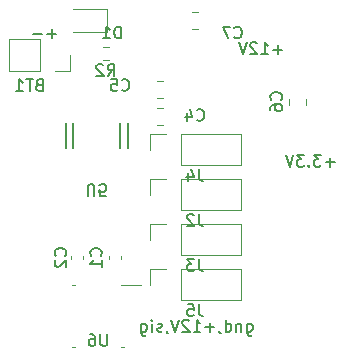
<source format=gbr>
%TF.GenerationSoftware,KiCad,Pcbnew,(7.0.0-0)*%
%TF.CreationDate,2023-10-07T19:29:11-07:00*%
%TF.ProjectId,tiny_rocket_av_bay,74696e79-5f72-46f6-936b-65745f61765f,rev?*%
%TF.SameCoordinates,Original*%
%TF.FileFunction,Legend,Bot*%
%TF.FilePolarity,Positive*%
%FSLAX46Y46*%
G04 Gerber Fmt 4.6, Leading zero omitted, Abs format (unit mm)*
G04 Created by KiCad (PCBNEW (7.0.0-0)) date 2023-10-07 19:29:11*
%MOMM*%
%LPD*%
G01*
G04 APERTURE LIST*
%ADD10C,0.150000*%
%ADD11C,0.120000*%
%ADD12C,0.152400*%
G04 APERTURE END LIST*
D10*
X69802404Y-88682428D02*
X69040500Y-88682428D01*
X69421452Y-89063380D02*
X69421452Y-88301476D01*
X68659547Y-88063380D02*
X68040500Y-88063380D01*
X68040500Y-88063380D02*
X68373833Y-88444333D01*
X68373833Y-88444333D02*
X68230976Y-88444333D01*
X68230976Y-88444333D02*
X68135738Y-88491952D01*
X68135738Y-88491952D02*
X68088119Y-88539571D01*
X68088119Y-88539571D02*
X68040500Y-88634809D01*
X68040500Y-88634809D02*
X68040500Y-88872904D01*
X68040500Y-88872904D02*
X68088119Y-88968142D01*
X68088119Y-88968142D02*
X68135738Y-89015761D01*
X68135738Y-89015761D02*
X68230976Y-89063380D01*
X68230976Y-89063380D02*
X68516690Y-89063380D01*
X68516690Y-89063380D02*
X68611928Y-89015761D01*
X68611928Y-89015761D02*
X68659547Y-88968142D01*
X67611928Y-88968142D02*
X67564309Y-89015761D01*
X67564309Y-89015761D02*
X67611928Y-89063380D01*
X67611928Y-89063380D02*
X67659547Y-89015761D01*
X67659547Y-89015761D02*
X67611928Y-88968142D01*
X67611928Y-88968142D02*
X67611928Y-89063380D01*
X67230976Y-88063380D02*
X66611929Y-88063380D01*
X66611929Y-88063380D02*
X66945262Y-88444333D01*
X66945262Y-88444333D02*
X66802405Y-88444333D01*
X66802405Y-88444333D02*
X66707167Y-88491952D01*
X66707167Y-88491952D02*
X66659548Y-88539571D01*
X66659548Y-88539571D02*
X66611929Y-88634809D01*
X66611929Y-88634809D02*
X66611929Y-88872904D01*
X66611929Y-88872904D02*
X66659548Y-88968142D01*
X66659548Y-88968142D02*
X66707167Y-89015761D01*
X66707167Y-89015761D02*
X66802405Y-89063380D01*
X66802405Y-89063380D02*
X67088119Y-89063380D01*
X67088119Y-89063380D02*
X67183357Y-89015761D01*
X67183357Y-89015761D02*
X67230976Y-88968142D01*
X66326214Y-88063380D02*
X65992881Y-89063380D01*
X65992881Y-89063380D02*
X65659548Y-88063380D01*
X62388833Y-102366714D02*
X62388833Y-103176238D01*
X62388833Y-103176238D02*
X62436452Y-103271476D01*
X62436452Y-103271476D02*
X62484071Y-103319095D01*
X62484071Y-103319095D02*
X62579309Y-103366714D01*
X62579309Y-103366714D02*
X62722166Y-103366714D01*
X62722166Y-103366714D02*
X62817404Y-103319095D01*
X62388833Y-102985761D02*
X62484071Y-103033380D01*
X62484071Y-103033380D02*
X62674547Y-103033380D01*
X62674547Y-103033380D02*
X62769785Y-102985761D01*
X62769785Y-102985761D02*
X62817404Y-102938142D01*
X62817404Y-102938142D02*
X62865023Y-102842904D01*
X62865023Y-102842904D02*
X62865023Y-102557190D01*
X62865023Y-102557190D02*
X62817404Y-102461952D01*
X62817404Y-102461952D02*
X62769785Y-102414333D01*
X62769785Y-102414333D02*
X62674547Y-102366714D01*
X62674547Y-102366714D02*
X62484071Y-102366714D01*
X62484071Y-102366714D02*
X62388833Y-102414333D01*
X61912642Y-102366714D02*
X61912642Y-103033380D01*
X61912642Y-102461952D02*
X61865023Y-102414333D01*
X61865023Y-102414333D02*
X61769785Y-102366714D01*
X61769785Y-102366714D02*
X61626928Y-102366714D01*
X61626928Y-102366714D02*
X61531690Y-102414333D01*
X61531690Y-102414333D02*
X61484071Y-102509571D01*
X61484071Y-102509571D02*
X61484071Y-103033380D01*
X60579309Y-103033380D02*
X60579309Y-102033380D01*
X60579309Y-102985761D02*
X60674547Y-103033380D01*
X60674547Y-103033380D02*
X60865023Y-103033380D01*
X60865023Y-103033380D02*
X60960261Y-102985761D01*
X60960261Y-102985761D02*
X61007880Y-102938142D01*
X61007880Y-102938142D02*
X61055499Y-102842904D01*
X61055499Y-102842904D02*
X61055499Y-102557190D01*
X61055499Y-102557190D02*
X61007880Y-102461952D01*
X61007880Y-102461952D02*
X60960261Y-102414333D01*
X60960261Y-102414333D02*
X60865023Y-102366714D01*
X60865023Y-102366714D02*
X60674547Y-102366714D01*
X60674547Y-102366714D02*
X60579309Y-102414333D01*
X60055499Y-102985761D02*
X60055499Y-103033380D01*
X60055499Y-103033380D02*
X60103118Y-103128619D01*
X60103118Y-103128619D02*
X60150737Y-103176238D01*
X59626928Y-102652428D02*
X58865024Y-102652428D01*
X59245976Y-103033380D02*
X59245976Y-102271476D01*
X57865024Y-103033380D02*
X58436452Y-103033380D01*
X58150738Y-103033380D02*
X58150738Y-102033380D01*
X58150738Y-102033380D02*
X58245976Y-102176238D01*
X58245976Y-102176238D02*
X58341214Y-102271476D01*
X58341214Y-102271476D02*
X58436452Y-102319095D01*
X57484071Y-102128619D02*
X57436452Y-102081000D01*
X57436452Y-102081000D02*
X57341214Y-102033380D01*
X57341214Y-102033380D02*
X57103119Y-102033380D01*
X57103119Y-102033380D02*
X57007881Y-102081000D01*
X57007881Y-102081000D02*
X56960262Y-102128619D01*
X56960262Y-102128619D02*
X56912643Y-102223857D01*
X56912643Y-102223857D02*
X56912643Y-102319095D01*
X56912643Y-102319095D02*
X56960262Y-102461952D01*
X56960262Y-102461952D02*
X57531690Y-103033380D01*
X57531690Y-103033380D02*
X56912643Y-103033380D01*
X56626928Y-102033380D02*
X56293595Y-103033380D01*
X56293595Y-103033380D02*
X55960262Y-102033380D01*
X55579309Y-102985761D02*
X55579309Y-103033380D01*
X55579309Y-103033380D02*
X55626928Y-103128619D01*
X55626928Y-103128619D02*
X55674547Y-103176238D01*
X55198357Y-102985761D02*
X55103119Y-103033380D01*
X55103119Y-103033380D02*
X54912643Y-103033380D01*
X54912643Y-103033380D02*
X54817405Y-102985761D01*
X54817405Y-102985761D02*
X54769786Y-102890523D01*
X54769786Y-102890523D02*
X54769786Y-102842904D01*
X54769786Y-102842904D02*
X54817405Y-102747666D01*
X54817405Y-102747666D02*
X54912643Y-102700047D01*
X54912643Y-102700047D02*
X55055500Y-102700047D01*
X55055500Y-102700047D02*
X55150738Y-102652428D01*
X55150738Y-102652428D02*
X55198357Y-102557190D01*
X55198357Y-102557190D02*
X55198357Y-102509571D01*
X55198357Y-102509571D02*
X55150738Y-102414333D01*
X55150738Y-102414333D02*
X55055500Y-102366714D01*
X55055500Y-102366714D02*
X54912643Y-102366714D01*
X54912643Y-102366714D02*
X54817405Y-102414333D01*
X54341214Y-103033380D02*
X54341214Y-102366714D01*
X54341214Y-102033380D02*
X54388833Y-102081000D01*
X54388833Y-102081000D02*
X54341214Y-102128619D01*
X54341214Y-102128619D02*
X54293595Y-102081000D01*
X54293595Y-102081000D02*
X54341214Y-102033380D01*
X54341214Y-102033380D02*
X54341214Y-102128619D01*
X53436453Y-102366714D02*
X53436453Y-103176238D01*
X53436453Y-103176238D02*
X53484072Y-103271476D01*
X53484072Y-103271476D02*
X53531691Y-103319095D01*
X53531691Y-103319095D02*
X53626929Y-103366714D01*
X53626929Y-103366714D02*
X53769786Y-103366714D01*
X53769786Y-103366714D02*
X53865024Y-103319095D01*
X53436453Y-102985761D02*
X53531691Y-103033380D01*
X53531691Y-103033380D02*
X53722167Y-103033380D01*
X53722167Y-103033380D02*
X53817405Y-102985761D01*
X53817405Y-102985761D02*
X53865024Y-102938142D01*
X53865024Y-102938142D02*
X53912643Y-102842904D01*
X53912643Y-102842904D02*
X53912643Y-102557190D01*
X53912643Y-102557190D02*
X53865024Y-102461952D01*
X53865024Y-102461952D02*
X53817405Y-102414333D01*
X53817405Y-102414333D02*
X53722167Y-102366714D01*
X53722167Y-102366714D02*
X53531691Y-102366714D01*
X53531691Y-102366714D02*
X53436453Y-102414333D01*
X44243595Y-77814571D02*
X45005500Y-77814571D01*
X45481690Y-77814571D02*
X46243595Y-77814571D01*
X45862642Y-77433619D02*
X45862642Y-78195523D01*
X65357404Y-79157428D02*
X64595500Y-79157428D01*
X64976452Y-79538380D02*
X64976452Y-78776476D01*
X63595500Y-79538380D02*
X64166928Y-79538380D01*
X63881214Y-79538380D02*
X63881214Y-78538380D01*
X63881214Y-78538380D02*
X63976452Y-78681238D01*
X63976452Y-78681238D02*
X64071690Y-78776476D01*
X64071690Y-78776476D02*
X64166928Y-78824095D01*
X63214547Y-78633619D02*
X63166928Y-78586000D01*
X63166928Y-78586000D02*
X63071690Y-78538380D01*
X63071690Y-78538380D02*
X62833595Y-78538380D01*
X62833595Y-78538380D02*
X62738357Y-78586000D01*
X62738357Y-78586000D02*
X62690738Y-78633619D01*
X62690738Y-78633619D02*
X62643119Y-78728857D01*
X62643119Y-78728857D02*
X62643119Y-78824095D01*
X62643119Y-78824095D02*
X62690738Y-78966952D01*
X62690738Y-78966952D02*
X63262166Y-79538380D01*
X63262166Y-79538380D02*
X62643119Y-79538380D01*
X62357404Y-78538380D02*
X62024071Y-79538380D01*
X62024071Y-79538380D02*
X61690738Y-78538380D01*
%TO.C,J4*%
X58308833Y-89283380D02*
X58308833Y-89997666D01*
X58308833Y-89997666D02*
X58356452Y-90140523D01*
X58356452Y-90140523D02*
X58451690Y-90235761D01*
X58451690Y-90235761D02*
X58594547Y-90283380D01*
X58594547Y-90283380D02*
X58689785Y-90283380D01*
X57404071Y-89616714D02*
X57404071Y-90283380D01*
X57642166Y-89235761D02*
X57880261Y-89950047D01*
X57880261Y-89950047D02*
X57261214Y-89950047D01*
%TO.C,J2*%
X58308833Y-93093380D02*
X58308833Y-93807666D01*
X58308833Y-93807666D02*
X58356452Y-93950523D01*
X58356452Y-93950523D02*
X58451690Y-94045761D01*
X58451690Y-94045761D02*
X58594547Y-94093380D01*
X58594547Y-94093380D02*
X58689785Y-94093380D01*
X57880261Y-93188619D02*
X57832642Y-93141000D01*
X57832642Y-93141000D02*
X57737404Y-93093380D01*
X57737404Y-93093380D02*
X57499309Y-93093380D01*
X57499309Y-93093380D02*
X57404071Y-93141000D01*
X57404071Y-93141000D02*
X57356452Y-93188619D01*
X57356452Y-93188619D02*
X57308833Y-93283857D01*
X57308833Y-93283857D02*
X57308833Y-93379095D01*
X57308833Y-93379095D02*
X57356452Y-93521952D01*
X57356452Y-93521952D02*
X57927880Y-94093380D01*
X57927880Y-94093380D02*
X57308833Y-94093380D01*
%TO.C,U5*%
X48895095Y-91564619D02*
X48895095Y-90755095D01*
X48895095Y-90755095D02*
X48942714Y-90659857D01*
X48942714Y-90659857D02*
X48990333Y-90612238D01*
X48990333Y-90612238D02*
X49085571Y-90564619D01*
X49085571Y-90564619D02*
X49276047Y-90564619D01*
X49276047Y-90564619D02*
X49371285Y-90612238D01*
X49371285Y-90612238D02*
X49418904Y-90659857D01*
X49418904Y-90659857D02*
X49466523Y-90755095D01*
X49466523Y-90755095D02*
X49466523Y-91564619D01*
X50418904Y-91564619D02*
X49942714Y-91564619D01*
X49942714Y-91564619D02*
X49895095Y-91088428D01*
X49895095Y-91088428D02*
X49942714Y-91136047D01*
X49942714Y-91136047D02*
X50037952Y-91183666D01*
X50037952Y-91183666D02*
X50276047Y-91183666D01*
X50276047Y-91183666D02*
X50371285Y-91136047D01*
X50371285Y-91136047D02*
X50418904Y-91088428D01*
X50418904Y-91088428D02*
X50466523Y-90993190D01*
X50466523Y-90993190D02*
X50466523Y-90755095D01*
X50466523Y-90755095D02*
X50418904Y-90659857D01*
X50418904Y-90659857D02*
X50371285Y-90612238D01*
X50371285Y-90612238D02*
X50276047Y-90564619D01*
X50276047Y-90564619D02*
X50037952Y-90564619D01*
X50037952Y-90564619D02*
X49942714Y-90612238D01*
X49942714Y-90612238D02*
X49895095Y-90659857D01*
%TO.C,C5*%
X51792166Y-82568142D02*
X51839785Y-82615761D01*
X51839785Y-82615761D02*
X51982642Y-82663380D01*
X51982642Y-82663380D02*
X52077880Y-82663380D01*
X52077880Y-82663380D02*
X52220737Y-82615761D01*
X52220737Y-82615761D02*
X52315975Y-82520523D01*
X52315975Y-82520523D02*
X52363594Y-82425285D01*
X52363594Y-82425285D02*
X52411213Y-82234809D01*
X52411213Y-82234809D02*
X52411213Y-82091952D01*
X52411213Y-82091952D02*
X52363594Y-81901476D01*
X52363594Y-81901476D02*
X52315975Y-81806238D01*
X52315975Y-81806238D02*
X52220737Y-81711000D01*
X52220737Y-81711000D02*
X52077880Y-81663380D01*
X52077880Y-81663380D02*
X51982642Y-81663380D01*
X51982642Y-81663380D02*
X51839785Y-81711000D01*
X51839785Y-81711000D02*
X51792166Y-81758619D01*
X50887404Y-81663380D02*
X51363594Y-81663380D01*
X51363594Y-81663380D02*
X51411213Y-82139571D01*
X51411213Y-82139571D02*
X51363594Y-82091952D01*
X51363594Y-82091952D02*
X51268356Y-82044333D01*
X51268356Y-82044333D02*
X51030261Y-82044333D01*
X51030261Y-82044333D02*
X50935023Y-82091952D01*
X50935023Y-82091952D02*
X50887404Y-82139571D01*
X50887404Y-82139571D02*
X50839785Y-82234809D01*
X50839785Y-82234809D02*
X50839785Y-82472904D01*
X50839785Y-82472904D02*
X50887404Y-82568142D01*
X50887404Y-82568142D02*
X50935023Y-82615761D01*
X50935023Y-82615761D02*
X51030261Y-82663380D01*
X51030261Y-82663380D02*
X51268356Y-82663380D01*
X51268356Y-82663380D02*
X51363594Y-82615761D01*
X51363594Y-82615761D02*
X51411213Y-82568142D01*
%TO.C,C1*%
X50023142Y-96607333D02*
X50070761Y-96559714D01*
X50070761Y-96559714D02*
X50118380Y-96416857D01*
X50118380Y-96416857D02*
X50118380Y-96321619D01*
X50118380Y-96321619D02*
X50070761Y-96178762D01*
X50070761Y-96178762D02*
X49975523Y-96083524D01*
X49975523Y-96083524D02*
X49880285Y-96035905D01*
X49880285Y-96035905D02*
X49689809Y-95988286D01*
X49689809Y-95988286D02*
X49546952Y-95988286D01*
X49546952Y-95988286D02*
X49356476Y-96035905D01*
X49356476Y-96035905D02*
X49261238Y-96083524D01*
X49261238Y-96083524D02*
X49166000Y-96178762D01*
X49166000Y-96178762D02*
X49118380Y-96321619D01*
X49118380Y-96321619D02*
X49118380Y-96416857D01*
X49118380Y-96416857D02*
X49166000Y-96559714D01*
X49166000Y-96559714D02*
X49213619Y-96607333D01*
X50118380Y-97559714D02*
X50118380Y-96988286D01*
X50118380Y-97274000D02*
X49118380Y-97274000D01*
X49118380Y-97274000D02*
X49261238Y-97178762D01*
X49261238Y-97178762D02*
X49356476Y-97083524D01*
X49356476Y-97083524D02*
X49404095Y-96988286D01*
%TO.C,C6*%
X65267142Y-83399333D02*
X65314761Y-83351714D01*
X65314761Y-83351714D02*
X65362380Y-83208857D01*
X65362380Y-83208857D02*
X65362380Y-83113619D01*
X65362380Y-83113619D02*
X65314761Y-82970762D01*
X65314761Y-82970762D02*
X65219523Y-82875524D01*
X65219523Y-82875524D02*
X65124285Y-82827905D01*
X65124285Y-82827905D02*
X64933809Y-82780286D01*
X64933809Y-82780286D02*
X64790952Y-82780286D01*
X64790952Y-82780286D02*
X64600476Y-82827905D01*
X64600476Y-82827905D02*
X64505238Y-82875524D01*
X64505238Y-82875524D02*
X64410000Y-82970762D01*
X64410000Y-82970762D02*
X64362380Y-83113619D01*
X64362380Y-83113619D02*
X64362380Y-83208857D01*
X64362380Y-83208857D02*
X64410000Y-83351714D01*
X64410000Y-83351714D02*
X64457619Y-83399333D01*
X64362380Y-84256476D02*
X64362380Y-84066000D01*
X64362380Y-84066000D02*
X64410000Y-83970762D01*
X64410000Y-83970762D02*
X64457619Y-83923143D01*
X64457619Y-83923143D02*
X64600476Y-83827905D01*
X64600476Y-83827905D02*
X64790952Y-83780286D01*
X64790952Y-83780286D02*
X65171904Y-83780286D01*
X65171904Y-83780286D02*
X65267142Y-83827905D01*
X65267142Y-83827905D02*
X65314761Y-83875524D01*
X65314761Y-83875524D02*
X65362380Y-83970762D01*
X65362380Y-83970762D02*
X65362380Y-84161238D01*
X65362380Y-84161238D02*
X65314761Y-84256476D01*
X65314761Y-84256476D02*
X65267142Y-84304095D01*
X65267142Y-84304095D02*
X65171904Y-84351714D01*
X65171904Y-84351714D02*
X64933809Y-84351714D01*
X64933809Y-84351714D02*
X64838571Y-84304095D01*
X64838571Y-84304095D02*
X64790952Y-84256476D01*
X64790952Y-84256476D02*
X64743333Y-84161238D01*
X64743333Y-84161238D02*
X64743333Y-83970762D01*
X64743333Y-83970762D02*
X64790952Y-83875524D01*
X64790952Y-83875524D02*
X64838571Y-83827905D01*
X64838571Y-83827905D02*
X64933809Y-83780286D01*
%TO.C,R2*%
X50585666Y-81393380D02*
X50918999Y-80917190D01*
X51157094Y-81393380D02*
X51157094Y-80393380D01*
X51157094Y-80393380D02*
X50776142Y-80393380D01*
X50776142Y-80393380D02*
X50680904Y-80441000D01*
X50680904Y-80441000D02*
X50633285Y-80488619D01*
X50633285Y-80488619D02*
X50585666Y-80583857D01*
X50585666Y-80583857D02*
X50585666Y-80726714D01*
X50585666Y-80726714D02*
X50633285Y-80821952D01*
X50633285Y-80821952D02*
X50680904Y-80869571D01*
X50680904Y-80869571D02*
X50776142Y-80917190D01*
X50776142Y-80917190D02*
X51157094Y-80917190D01*
X50204713Y-80488619D02*
X50157094Y-80441000D01*
X50157094Y-80441000D02*
X50061856Y-80393380D01*
X50061856Y-80393380D02*
X49823761Y-80393380D01*
X49823761Y-80393380D02*
X49728523Y-80441000D01*
X49728523Y-80441000D02*
X49680904Y-80488619D01*
X49680904Y-80488619D02*
X49633285Y-80583857D01*
X49633285Y-80583857D02*
X49633285Y-80679095D01*
X49633285Y-80679095D02*
X49680904Y-80821952D01*
X49680904Y-80821952D02*
X50252332Y-81393380D01*
X50252332Y-81393380D02*
X49633285Y-81393380D01*
%TO.C,U6*%
X50557904Y-103253380D02*
X50557904Y-104062904D01*
X50557904Y-104062904D02*
X50510285Y-104158142D01*
X50510285Y-104158142D02*
X50462666Y-104205761D01*
X50462666Y-104205761D02*
X50367428Y-104253380D01*
X50367428Y-104253380D02*
X50176952Y-104253380D01*
X50176952Y-104253380D02*
X50081714Y-104205761D01*
X50081714Y-104205761D02*
X50034095Y-104158142D01*
X50034095Y-104158142D02*
X49986476Y-104062904D01*
X49986476Y-104062904D02*
X49986476Y-103253380D01*
X49081714Y-103253380D02*
X49272190Y-103253380D01*
X49272190Y-103253380D02*
X49367428Y-103301000D01*
X49367428Y-103301000D02*
X49415047Y-103348619D01*
X49415047Y-103348619D02*
X49510285Y-103491476D01*
X49510285Y-103491476D02*
X49557904Y-103681952D01*
X49557904Y-103681952D02*
X49557904Y-104062904D01*
X49557904Y-104062904D02*
X49510285Y-104158142D01*
X49510285Y-104158142D02*
X49462666Y-104205761D01*
X49462666Y-104205761D02*
X49367428Y-104253380D01*
X49367428Y-104253380D02*
X49176952Y-104253380D01*
X49176952Y-104253380D02*
X49081714Y-104205761D01*
X49081714Y-104205761D02*
X49034095Y-104158142D01*
X49034095Y-104158142D02*
X48986476Y-104062904D01*
X48986476Y-104062904D02*
X48986476Y-103824809D01*
X48986476Y-103824809D02*
X49034095Y-103729571D01*
X49034095Y-103729571D02*
X49081714Y-103681952D01*
X49081714Y-103681952D02*
X49176952Y-103634333D01*
X49176952Y-103634333D02*
X49367428Y-103634333D01*
X49367428Y-103634333D02*
X49462666Y-103681952D01*
X49462666Y-103681952D02*
X49510285Y-103729571D01*
X49510285Y-103729571D02*
X49557904Y-103824809D01*
%TO.C,BT1*%
X44791214Y-82139571D02*
X44648357Y-82187190D01*
X44648357Y-82187190D02*
X44600738Y-82234809D01*
X44600738Y-82234809D02*
X44553119Y-82330047D01*
X44553119Y-82330047D02*
X44553119Y-82472904D01*
X44553119Y-82472904D02*
X44600738Y-82568142D01*
X44600738Y-82568142D02*
X44648357Y-82615761D01*
X44648357Y-82615761D02*
X44743595Y-82663380D01*
X44743595Y-82663380D02*
X45124547Y-82663380D01*
X45124547Y-82663380D02*
X45124547Y-81663380D01*
X45124547Y-81663380D02*
X44791214Y-81663380D01*
X44791214Y-81663380D02*
X44695976Y-81711000D01*
X44695976Y-81711000D02*
X44648357Y-81758619D01*
X44648357Y-81758619D02*
X44600738Y-81853857D01*
X44600738Y-81853857D02*
X44600738Y-81949095D01*
X44600738Y-81949095D02*
X44648357Y-82044333D01*
X44648357Y-82044333D02*
X44695976Y-82091952D01*
X44695976Y-82091952D02*
X44791214Y-82139571D01*
X44791214Y-82139571D02*
X45124547Y-82139571D01*
X44267404Y-81663380D02*
X43695976Y-81663380D01*
X43981690Y-82663380D02*
X43981690Y-81663380D01*
X42838833Y-82663380D02*
X43410261Y-82663380D01*
X43124547Y-82663380D02*
X43124547Y-81663380D01*
X43124547Y-81663380D02*
X43219785Y-81806238D01*
X43219785Y-81806238D02*
X43315023Y-81901476D01*
X43315023Y-81901476D02*
X43410261Y-81949095D01*
%TO.C,C7*%
X61317166Y-78123142D02*
X61364785Y-78170761D01*
X61364785Y-78170761D02*
X61507642Y-78218380D01*
X61507642Y-78218380D02*
X61602880Y-78218380D01*
X61602880Y-78218380D02*
X61745737Y-78170761D01*
X61745737Y-78170761D02*
X61840975Y-78075523D01*
X61840975Y-78075523D02*
X61888594Y-77980285D01*
X61888594Y-77980285D02*
X61936213Y-77789809D01*
X61936213Y-77789809D02*
X61936213Y-77646952D01*
X61936213Y-77646952D02*
X61888594Y-77456476D01*
X61888594Y-77456476D02*
X61840975Y-77361238D01*
X61840975Y-77361238D02*
X61745737Y-77266000D01*
X61745737Y-77266000D02*
X61602880Y-77218380D01*
X61602880Y-77218380D02*
X61507642Y-77218380D01*
X61507642Y-77218380D02*
X61364785Y-77266000D01*
X61364785Y-77266000D02*
X61317166Y-77313619D01*
X60983832Y-77218380D02*
X60317166Y-77218380D01*
X60317166Y-77218380D02*
X60745737Y-78218380D01*
%TO.C,D1*%
X51728594Y-78218380D02*
X51728594Y-77218380D01*
X51728594Y-77218380D02*
X51490499Y-77218380D01*
X51490499Y-77218380D02*
X51347642Y-77266000D01*
X51347642Y-77266000D02*
X51252404Y-77361238D01*
X51252404Y-77361238D02*
X51204785Y-77456476D01*
X51204785Y-77456476D02*
X51157166Y-77646952D01*
X51157166Y-77646952D02*
X51157166Y-77789809D01*
X51157166Y-77789809D02*
X51204785Y-77980285D01*
X51204785Y-77980285D02*
X51252404Y-78075523D01*
X51252404Y-78075523D02*
X51347642Y-78170761D01*
X51347642Y-78170761D02*
X51490499Y-78218380D01*
X51490499Y-78218380D02*
X51728594Y-78218380D01*
X50204785Y-78218380D02*
X50776213Y-78218380D01*
X50490499Y-78218380D02*
X50490499Y-77218380D01*
X50490499Y-77218380D02*
X50585737Y-77361238D01*
X50585737Y-77361238D02*
X50680975Y-77456476D01*
X50680975Y-77456476D02*
X50776213Y-77504095D01*
%TO.C,C4*%
X58142166Y-85108142D02*
X58189785Y-85155761D01*
X58189785Y-85155761D02*
X58332642Y-85203380D01*
X58332642Y-85203380D02*
X58427880Y-85203380D01*
X58427880Y-85203380D02*
X58570737Y-85155761D01*
X58570737Y-85155761D02*
X58665975Y-85060523D01*
X58665975Y-85060523D02*
X58713594Y-84965285D01*
X58713594Y-84965285D02*
X58761213Y-84774809D01*
X58761213Y-84774809D02*
X58761213Y-84631952D01*
X58761213Y-84631952D02*
X58713594Y-84441476D01*
X58713594Y-84441476D02*
X58665975Y-84346238D01*
X58665975Y-84346238D02*
X58570737Y-84251000D01*
X58570737Y-84251000D02*
X58427880Y-84203380D01*
X58427880Y-84203380D02*
X58332642Y-84203380D01*
X58332642Y-84203380D02*
X58189785Y-84251000D01*
X58189785Y-84251000D02*
X58142166Y-84298619D01*
X57285023Y-84536714D02*
X57285023Y-85203380D01*
X57523118Y-84155761D02*
X57761213Y-84870047D01*
X57761213Y-84870047D02*
X57142166Y-84870047D01*
%TO.C,C2*%
X47008142Y-96607333D02*
X47055761Y-96559714D01*
X47055761Y-96559714D02*
X47103380Y-96416857D01*
X47103380Y-96416857D02*
X47103380Y-96321619D01*
X47103380Y-96321619D02*
X47055761Y-96178762D01*
X47055761Y-96178762D02*
X46960523Y-96083524D01*
X46960523Y-96083524D02*
X46865285Y-96035905D01*
X46865285Y-96035905D02*
X46674809Y-95988286D01*
X46674809Y-95988286D02*
X46531952Y-95988286D01*
X46531952Y-95988286D02*
X46341476Y-96035905D01*
X46341476Y-96035905D02*
X46246238Y-96083524D01*
X46246238Y-96083524D02*
X46151000Y-96178762D01*
X46151000Y-96178762D02*
X46103380Y-96321619D01*
X46103380Y-96321619D02*
X46103380Y-96416857D01*
X46103380Y-96416857D02*
X46151000Y-96559714D01*
X46151000Y-96559714D02*
X46198619Y-96607333D01*
X46198619Y-96988286D02*
X46151000Y-97035905D01*
X46151000Y-97035905D02*
X46103380Y-97131143D01*
X46103380Y-97131143D02*
X46103380Y-97369238D01*
X46103380Y-97369238D02*
X46151000Y-97464476D01*
X46151000Y-97464476D02*
X46198619Y-97512095D01*
X46198619Y-97512095D02*
X46293857Y-97559714D01*
X46293857Y-97559714D02*
X46389095Y-97559714D01*
X46389095Y-97559714D02*
X46531952Y-97512095D01*
X46531952Y-97512095D02*
X47103380Y-96940667D01*
X47103380Y-96940667D02*
X47103380Y-97559714D01*
%TO.C,J3*%
X58308833Y-96903380D02*
X58308833Y-97617666D01*
X58308833Y-97617666D02*
X58356452Y-97760523D01*
X58356452Y-97760523D02*
X58451690Y-97855761D01*
X58451690Y-97855761D02*
X58594547Y-97903380D01*
X58594547Y-97903380D02*
X58689785Y-97903380D01*
X57927880Y-96903380D02*
X57308833Y-96903380D01*
X57308833Y-96903380D02*
X57642166Y-97284333D01*
X57642166Y-97284333D02*
X57499309Y-97284333D01*
X57499309Y-97284333D02*
X57404071Y-97331952D01*
X57404071Y-97331952D02*
X57356452Y-97379571D01*
X57356452Y-97379571D02*
X57308833Y-97474809D01*
X57308833Y-97474809D02*
X57308833Y-97712904D01*
X57308833Y-97712904D02*
X57356452Y-97808142D01*
X57356452Y-97808142D02*
X57404071Y-97855761D01*
X57404071Y-97855761D02*
X57499309Y-97903380D01*
X57499309Y-97903380D02*
X57785023Y-97903380D01*
X57785023Y-97903380D02*
X57880261Y-97855761D01*
X57880261Y-97855761D02*
X57927880Y-97808142D01*
%TO.C,J5*%
X58308833Y-100713380D02*
X58308833Y-101427666D01*
X58308833Y-101427666D02*
X58356452Y-101570523D01*
X58356452Y-101570523D02*
X58451690Y-101665761D01*
X58451690Y-101665761D02*
X58594547Y-101713380D01*
X58594547Y-101713380D02*
X58689785Y-101713380D01*
X57356452Y-100713380D02*
X57832642Y-100713380D01*
X57832642Y-100713380D02*
X57880261Y-101189571D01*
X57880261Y-101189571D02*
X57832642Y-101141952D01*
X57832642Y-101141952D02*
X57737404Y-101094333D01*
X57737404Y-101094333D02*
X57499309Y-101094333D01*
X57499309Y-101094333D02*
X57404071Y-101141952D01*
X57404071Y-101141952D02*
X57356452Y-101189571D01*
X57356452Y-101189571D02*
X57308833Y-101284809D01*
X57308833Y-101284809D02*
X57308833Y-101522904D01*
X57308833Y-101522904D02*
X57356452Y-101618142D01*
X57356452Y-101618142D02*
X57404071Y-101665761D01*
X57404071Y-101665761D02*
X57499309Y-101713380D01*
X57499309Y-101713380D02*
X57737404Y-101713380D01*
X57737404Y-101713380D02*
X57832642Y-101665761D01*
X57832642Y-101665761D02*
X57880261Y-101618142D01*
D11*
%TO.C,J4*%
X61909000Y-86300000D02*
X61909000Y-88960000D01*
X56769000Y-86300000D02*
X61909000Y-86300000D01*
X56769000Y-86300000D02*
X56769000Y-88960000D01*
X55499000Y-86300000D02*
X54169000Y-86300000D01*
X54169000Y-86300000D02*
X54169000Y-87630000D01*
X56769000Y-88960000D02*
X61909000Y-88960000D01*
%TO.C,J2*%
X61909000Y-90110000D02*
X61909000Y-92770000D01*
X56769000Y-90110000D02*
X61909000Y-90110000D01*
X56769000Y-90110000D02*
X56769000Y-92770000D01*
X55499000Y-90110000D02*
X54169000Y-90110000D01*
X54169000Y-90110000D02*
X54169000Y-91440000D01*
X56769000Y-92770000D02*
X61909000Y-92770000D01*
D12*
%TO.C,U5*%
X47026800Y-87487760D02*
X47026800Y-85382100D01*
X47687200Y-87487760D02*
X47687200Y-85382100D01*
X51626800Y-87487760D02*
X51626800Y-85382100D01*
X52287200Y-87487760D02*
X52287200Y-85382100D01*
D11*
%TO.C,C5*%
X54729748Y-81815000D02*
X55252252Y-81815000D01*
X54729748Y-83285000D02*
X55252252Y-83285000D01*
%TO.C,C1*%
X51691000Y-96627733D02*
X51691000Y-96920267D01*
X50671000Y-96627733D02*
X50671000Y-96920267D01*
%TO.C,C6*%
X67410000Y-83304748D02*
X67410000Y-83827252D01*
X65940000Y-83304748D02*
X65940000Y-83827252D01*
%TO.C,R2*%
X50673724Y-80024500D02*
X50164276Y-80024500D01*
X50673724Y-78979500D02*
X50164276Y-78979500D01*
%TO.C,U6*%
X51731584Y-104324000D02*
X51996000Y-104324000D01*
X51731584Y-99104000D02*
X53446000Y-99104000D01*
X47860416Y-104324000D02*
X47596000Y-104324000D01*
X47860416Y-99104000D02*
X47596000Y-99104000D01*
%TO.C,BT1*%
X42231000Y-80959000D02*
X42231000Y-78299000D01*
X44831000Y-80959000D02*
X42231000Y-80959000D01*
X44831000Y-80959000D02*
X44831000Y-78299000D01*
X46101000Y-80959000D02*
X47431000Y-80959000D01*
X47431000Y-80959000D02*
X47431000Y-79629000D01*
X44831000Y-78299000D02*
X42231000Y-78299000D01*
%TO.C,C7*%
X57714248Y-75973000D02*
X58236752Y-75973000D01*
X57714248Y-77443000D02*
X58236752Y-77443000D01*
%TO.C,D1*%
X50501000Y-77668000D02*
X47641000Y-77668000D01*
X50501000Y-75748000D02*
X50501000Y-77668000D01*
X47641000Y-75748000D02*
X50501000Y-75748000D01*
%TO.C,C4*%
X54729748Y-84101000D02*
X55252252Y-84101000D01*
X54729748Y-85571000D02*
X55252252Y-85571000D01*
%TO.C,C2*%
X47496000Y-96920267D02*
X47496000Y-96627733D01*
X48516000Y-96920267D02*
X48516000Y-96627733D01*
%TO.C,J3*%
X61909000Y-93920000D02*
X61909000Y-96580000D01*
X56769000Y-93920000D02*
X61909000Y-93920000D01*
X56769000Y-93920000D02*
X56769000Y-96580000D01*
X55499000Y-93920000D02*
X54169000Y-93920000D01*
X54169000Y-93920000D02*
X54169000Y-95250000D01*
X56769000Y-96580000D02*
X61909000Y-96580000D01*
%TO.C,J5*%
X61909000Y-97730000D02*
X61909000Y-100390000D01*
X56769000Y-97730000D02*
X61909000Y-97730000D01*
X56769000Y-97730000D02*
X56769000Y-100390000D01*
X55499000Y-97730000D02*
X54169000Y-97730000D01*
X54169000Y-97730000D02*
X54169000Y-99060000D01*
X56769000Y-100390000D02*
X61909000Y-100390000D01*
%TD*%
M02*

</source>
